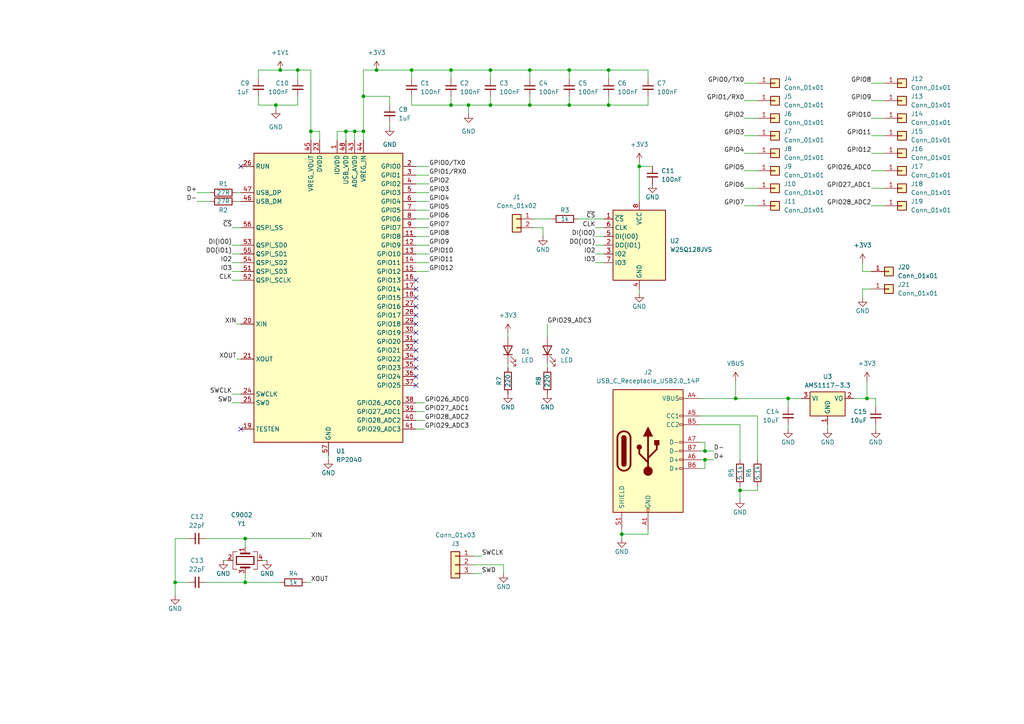
<source format=kicad_sch>
(kicad_sch (version 20231120) (generator "eeschema") (generator_version "8.0")
  (paper "A4")
  (lib_symbols
    (symbol "Connector:USB_C_Receptacle_USB2.0_14P" (pin_names (offset 1.016))
      (property "Reference" "J" (at 0 22.225 0))
      (property "Value" "USB_C_Receptacle_USB2.0_14P" (at 0 19.685 0))
      (symbol "USB_C_Receptacle_USB2.0_14P_0_0"
        (rectangle (start -0.254 -17.78) (end 0.254 -16.764))
        (rectangle (start 10.16 -4.826) (end 9.144 -5.334))
        (rectangle (start 10.16 -2.286) (end 9.144 -2.794))
        (rectangle (start 10.16 0.254) (end 9.144 -0.254))
        (rectangle (start 10.16 2.794) (end 9.144 2.286))
        (rectangle (start 10.16 7.874) (end 9.144 7.366))
        (rectangle (start 10.16 10.414) (end 9.144 9.906))
        (rectangle (start 10.16 15.494) (end 9.144 14.986))
      )
      (symbol "USB_C_Receptacle_USB2.0_14P_0_1"
        (rectangle (start -10.16 17.78) (end 10.16 -17.78) (stroke (width 0.254)) (fill (type background)))
        (arc (start -8.89 -3.81) (mid -6.985 -5.7067) (end -5.08 -3.81) (stroke (width 0.508)))
        (arc (start -7.62 -3.81) (mid -6.985 -4.4423) (end -6.35 -3.81) (stroke (width 0.254)))
        (arc (start -7.62 -3.81) (mid -6.985 -4.4423) (end -6.35 -3.81) (stroke (width 0.254)) (fill (type outline)))
        (rectangle (start -7.62 -3.81) (end -6.35 3.81) (stroke (width 0.254)) (fill (type outline)))
        (arc (start -6.35 3.81) (mid -6.985 4.4423) (end -7.62 3.81) (stroke (width 0.254)))
        (arc (start -6.35 3.81) (mid -6.985 4.4423) (end -7.62 3.81) (stroke (width 0.254)) (fill (type outline)))
        (arc (start -5.08 3.81) (mid -6.985 5.7067) (end -8.89 3.81) (stroke (width 0.508)))
        (circle (center -2.54 1.143) (radius 0.635) (stroke (width 0.254)) (fill (type outline)))
        (circle (center 0 -5.842) (radius 1.27) (fill (type outline)))
        (polyline (pts (xy -8.89 -3.81) (xy -8.89 3.81)) (stroke (width 0.508)))
        (polyline (pts (xy -5.08 3.81) (xy -5.08 -3.81)) (stroke (width 0.508)))
        (polyline (pts (xy 0 -5.842) (xy 0 4.318)) (stroke (width 0.508)))
        (polyline (pts (xy 0 -3.302) (xy -2.54 -0.762) (xy -2.54 0.508)) (stroke (width 0.508)))
        (polyline (pts (xy 0 -2.032) (xy 2.54 0.508) (xy 2.54 1.778)) (stroke (width 0.508)))
        (polyline (pts (xy -1.27 4.318) (xy 0 6.858) (xy 1.27 4.318) (xy -1.27 4.318)) (stroke (width 0.254)) (fill (type outline)))
        (rectangle (start 1.905 1.778) (end 3.175 3.048) (stroke (width 0.254)) (fill (type outline)))
      )
      (symbol "USB_C_Receptacle_USB2.0_14P_1_1"
        (pin passive line (at 0 -22.86 90) (length 5.08) (name "GND") (number "A1"))
        (pin passive line (at 0 -22.86 90) (length 5.08) hide (name "GND") (number "A12"))
        (pin passive line (at 15.24 15.24 180) (length 5.08) (name "VBUS") (number "A4"))
        (pin bidirectional line (at 15.24 10.16 180) (length 5.08) (name "CC1") (number "A5"))
        (pin bidirectional line (at 15.24 -2.54 180) (length 5.08) (name "D+") (number "A6"))
        (pin bidirectional line (at 15.24 2.54 180) (length 5.08) (name "D-") (number "A7"))
        (pin passive line (at 15.24 15.24 180) (length 5.08) hide (name "VBUS") (number "A9"))
        (pin passive line (at 0 -22.86 90) (length 5.08) hide (name "GND") (number "B1"))
        (pin passive line (at 0 -22.86 90) (length 5.08) hide (name "GND") (number "B12"))
        (pin passive line (at 15.24 15.24 180) (length 5.08) hide (name "VBUS") (number "B4"))
        (pin bidirectional line (at 15.24 7.62 180) (length 5.08) (name "CC2") (number "B5"))
        (pin bidirectional line (at 15.24 -5.08 180) (length 5.08) (name "D+") (number "B6"))
        (pin bidirectional line (at 15.24 0 180) (length 5.08) (name "D-") (number "B7"))
        (pin passive line (at 15.24 15.24 180) (length 5.08) hide (name "VBUS") (number "B9"))
        (pin passive line (at -7.62 -22.86 90) (length 5.08) (name "SHIELD") (number "S1"))
      )
    )
    (symbol "Connector_Generic:Conn_01x01" (pin_names (offset 1.016) hide)
      (property "Reference" "J" (at 0 2.54 0))
      (property "Value" "Conn_01x01" (at 0 -2.54 0))
      (symbol "Conn_01x01_1_1"
        (rectangle (start -1.27 0.127) (end 0 -0.127) (stroke (width 0.1524)))
        (rectangle (start -1.27 1.27) (end 1.27 -1.27) (stroke (width 0.254)) (fill (type background)))
        (pin passive line (at -5.08 0 0) (length 3.81) (name "Pin_1") (number "1"))
      )
    )
    (symbol "Connector_Generic:Conn_01x02" (pin_names (offset 1.016) hide)
      (property "Reference" "J" (at 0 2.54 0))
      (property "Value" "Conn_01x02" (at 0 -5.08 0))
      (symbol "Conn_01x02_1_1"
        (rectangle (start -1.27 -2.413) (end 0 -2.667) (stroke (width 0.1524)))
        (rectangle (start -1.27 0.127) (end 0 -0.127) (stroke (width 0.1524)))
        (rectangle (start -1.27 1.27) (end 1.27 -3.81) (stroke (width 0.254)) (fill (type background)))
        (pin passive line (at -5.08 0 0) (length 3.81) (name "Pin_1") (number "1"))
        (pin passive line (at -5.08 -2.54 0) (length 3.81) (name "Pin_2") (number "2"))
      )
    )
    (symbol "Connector_Generic:Conn_01x03" (pin_names (offset 1.016) hide)
      (property "Reference" "J" (at 0 5.08 0))
      (property "Value" "Conn_01x03" (at 0 -5.08 0))
      (symbol "Conn_01x03_1_1"
        (rectangle (start -1.27 -2.413) (end 0 -2.667) (stroke (width 0.1524)))
        (rectangle (start -1.27 0.127) (end 0 -0.127) (stroke (width 0.1524)))
        (rectangle (start -1.27 2.667) (end 0 2.413) (stroke (width 0.1524)))
        (rectangle (start -1.27 3.81) (end 1.27 -3.81) (stroke (width 0.254)) (fill (type background)))
        (pin passive line (at -5.08 2.54 0) (length 3.81) (name "Pin_1") (number "1"))
        (pin passive line (at -5.08 0 0) (length 3.81) (name "Pin_2") (number "2"))
        (pin passive line (at -5.08 -2.54 0) (length 3.81) (name "Pin_3") (number "3"))
      )
    )
    (symbol "Device:C_Small" (pin_numbers hide) (pin_names (offset 0.254) hide)
      (property "Reference" "C" (at 0.254 1.778 0))
      (property "Value" "C_Small" (at 0.254 -2.032 0))
      (symbol "C_Small_0_1"
        (polyline (pts (xy -1.524 -0.508) (xy 1.524 -0.508)) (stroke (width 0.3302)))
        (polyline (pts (xy -1.524 0.508) (xy 1.524 0.508)) (stroke (width 0.3048)))
      )
      (symbol "C_Small_1_1"
        (pin passive line (at 0 2.54 270) (length 2.032) (name "~") (number "1"))
        (pin passive line (at 0 -2.54 90) (length 2.032) (name "~") (number "2"))
      )
    )
    (symbol "Device:Crystal_GND24" (pin_names (offset 1.016) hide)
      (property "Reference" "Y" (at 3.175 5.08 0))
      (property "Value" "Crystal_GND24" (at 3.175 3.175 0))
      (symbol "Crystal_GND24_0_1"
        (rectangle (start -1.143 2.54) (end 1.143 -2.54) (stroke (width 0.3048)))
        (polyline (pts (xy -2.54 0) (xy -2.032 0)))
        (polyline (pts (xy -2.032 -1.27) (xy -2.032 1.27)) (stroke (width 0.508)))
        (polyline (pts (xy 0 -3.81) (xy 0 -3.556)))
        (polyline (pts (xy 0 3.556) (xy 0 3.81)))
        (polyline (pts (xy 2.032 -1.27) (xy 2.032 1.27)) (stroke (width 0.508)))
        (polyline (pts (xy 2.032 0) (xy 2.54 0)))
        (polyline (pts (xy -2.54 -2.286) (xy -2.54 -3.556) (xy 2.54 -3.556) (xy 2.54 -2.286)))
        (polyline (pts (xy -2.54 2.286) (xy -2.54 3.556) (xy 2.54 3.556) (xy 2.54 2.286)))
      )
      (symbol "Crystal_GND24_1_1"
        (pin passive line (at -3.81 0 0) (length 1.27) (name "1") (number "1"))
        (pin passive line (at 0 5.08 270) (length 1.27) (name "2") (number "2"))
        (pin passive line (at 3.81 0 180) (length 1.27) (name "3") (number "3"))
        (pin passive line (at 0 -5.08 90) (length 1.27) (name "4") (number "4"))
      )
    )
    (symbol "Device:LED" (pin_numbers hide) (pin_names (offset 1.016) hide)
      (property "Reference" "D" (at 0 2.54 0))
      (property "Value" "LED" (at 0 -2.54 0))
      (symbol "LED_0_1"
        (polyline (pts (xy -1.27 -1.27) (xy -1.27 1.27)) (stroke (width 0.254)))
        (polyline (pts (xy -1.27 0) (xy 1.27 0)))
        (polyline (pts (xy 1.27 -1.27) (xy 1.27 1.27) (xy -1.27 0) (xy 1.27 -1.27)) (stroke (width 0.254)))
        (polyline (pts (xy -3.048 -0.762) (xy -4.572 -2.286) (xy -3.81 -2.286) (xy -4.572 -2.286) (xy -4.572 -1.524)))
        (polyline (pts (xy -1.778 -0.762) (xy -3.302 -2.286) (xy -2.54 -2.286) (xy -3.302 -2.286) (xy -3.302 -1.524)))
      )
      (symbol "LED_1_1"
        (pin passive line (at -3.81 0 0) (length 2.54) (name "K") (number "1"))
        (pin passive line (at 3.81 0 180) (length 2.54) (name "A") (number "2"))
      )
    )
    (symbol "Device:R" (pin_numbers hide) (pin_names (offset 0))
      (property "Reference" "R" (at 2.032 0 90))
      (property "Value" "R" (at 0 0 90))
      (symbol "R_0_1"
        (rectangle (start -1.016 -2.54) (end 1.016 2.54) (stroke (width 0.254)))
      )
      (symbol "R_1_1"
        (pin passive line (at 0 3.81 270) (length 1.27) (name "~") (number "1"))
        (pin passive line (at 0 -3.81 90) (length 1.27) (name "~") (number "2"))
      )
    )
    (symbol "MCU_RaspberryPi:RP2040"
      (property "Reference" "U" (at 17.78 45.72 0))
      (property "Value" "RP2040" (at 17.78 43.18 0))
      (symbol "RP2040_0_1"
        (rectangle (start -21.59 41.91) (end 21.59 -41.91) (stroke (width 0.254)) (fill (type background)))
      )
      (symbol "RP2040_1_1"
        (pin power_in line (at 2.54 45.72 270) (length 3.81) (name "IOVDD") (number "1"))
        (pin passive line (at 2.54 45.72 270) (length 3.81) hide (name "IOVDD") (number "10"))
        (pin bidirectional line (at 25.4 17.78 180) (length 3.81) (name "GPIO8") (number "11"))
        (pin bidirectional line (at 25.4 15.24 180) (length 3.81) (name "GPIO9") (number "12"))
        (pin bidirectional line (at 25.4 12.7 180) (length 3.81) (name "GPIO10") (number "13"))
        (pin bidirectional line (at 25.4 10.16 180) (length 3.81) (name "GPIO11") (number "14"))
        (pin bidirectional line (at 25.4 7.62 180) (length 3.81) (name "GPIO12") (number "15"))
        (pin bidirectional line (at 25.4 5.08 180) (length 3.81) (name "GPIO13") (number "16"))
        (pin bidirectional line (at 25.4 2.54 180) (length 3.81) (name "GPIO14") (number "17"))
        (pin bidirectional line (at 25.4 0 180) (length 3.81) (name "GPIO15") (number "18"))
        (pin input line (at -25.4 -38.1 0) (length 3.81) (name "TESTEN") (number "19"))
        (pin bidirectional line (at 25.4 38.1 180) (length 3.81) (name "GPIO0") (number "2"))
        (pin input line (at -25.4 -7.62 0) (length 3.81) (name "XIN") (number "20"))
        (pin passive line (at -25.4 -17.78 0) (length 3.81) (name "XOUT") (number "21"))
        (pin passive line (at 2.54 45.72 270) (length 3.81) hide (name "IOVDD") (number "22"))
        (pin power_in line (at -2.54 45.72 270) (length 3.81) (name "DVDD") (number "23"))
        (pin input line (at -25.4 -27.94 0) (length 3.81) (name "SWCLK") (number "24"))
        (pin bidirectional line (at -25.4 -30.48 0) (length 3.81) (name "SWD") (number "25"))
        (pin input line (at -25.4 38.1 0) (length 3.81) (name "RUN") (number "26"))
        (pin bidirectional line (at 25.4 -2.54 180) (length 3.81) (name "GPIO16") (number "27"))
        (pin bidirectional line (at 25.4 -5.08 180) (length 3.81) (name "GPIO17") (number "28"))
        (pin bidirectional line (at 25.4 -7.62 180) (length 3.81) (name "GPIO18") (number "29"))
        (pin bidirectional line (at 25.4 35.56 180) (length 3.81) (name "GPIO1") (number "3"))
        (pin bidirectional line (at 25.4 -10.16 180) (length 3.81) (name "GPIO19") (number "30"))
        (pin bidirectional line (at 25.4 -12.7 180) (length 3.81) (name "GPIO20") (number "31"))
        (pin bidirectional line (at 25.4 -15.24 180) (length 3.81) (name "GPIO21") (number "32"))
        (pin passive line (at 2.54 45.72 270) (length 3.81) hide (name "IOVDD") (number "33"))
        (pin bidirectional line (at 25.4 -17.78 180) (length 3.81) (name "GPIO22") (number "34"))
        (pin bidirectional line (at 25.4 -20.32 180) (length 3.81) (name "GPIO23") (number "35"))
        (pin bidirectional line (at 25.4 -22.86 180) (length 3.81) (name "GPIO24") (number "36"))
        (pin bidirectional line (at 25.4 -25.4 180) (length 3.81) (name "GPIO25") (number "37"))
        (pin bidirectional line (at 25.4 -30.48 180) (length 3.81) (name "GPIO26_ADC0") (number "38"))
        (pin bidirectional line (at 25.4 -33.02 180) (length 3.81) (name "GPIO27_ADC1") (number "39"))
        (pin bidirectional line (at 25.4 33.02 180) (length 3.81) (name "GPIO2") (number "4"))
        (pin bidirectional line (at 25.4 -35.56 180) (length 3.81) (name "GPIO28_ADC2") (number "40"))
        (pin bidirectional line (at 25.4 -38.1 180) (length 3.81) (name "GPIO29_ADC3") (number "41"))
        (pin passive line (at 2.54 45.72 270) (length 3.81) hide (name "IOVDD") (number "42"))
        (pin power_in line (at 7.62 45.72 270) (length 3.81) (name "ADC_AVDD") (number "43"))
        (pin power_in line (at 10.16 45.72 270) (length 3.81) (name "VREG_IN") (number "44"))
        (pin power_out line (at -5.08 45.72 270) (length 3.81) (name "VREG_VOUT") (number "45"))
        (pin bidirectional line (at -25.4 27.94 0) (length 3.81) (name "USB_DM") (number "46"))
        (pin bidirectional line (at -25.4 30.48 0) (length 3.81) (name "USB_DP") (number "47"))
        (pin power_in line (at 5.08 45.72 270) (length 3.81) (name "USB_VDD") (number "48"))
        (pin passive line (at 2.54 45.72 270) (length 3.81) hide (name "IOVDD") (number "49"))
        (pin bidirectional line (at 25.4 30.48 180) (length 3.81) (name "GPIO3") (number "5"))
        (pin passive line (at -2.54 45.72 270) (length 3.81) hide (name "DVDD") (number "50"))
        (pin bidirectional line (at -25.4 7.62 0) (length 3.81) (name "QSPI_SD3") (number "51"))
        (pin output line (at -25.4 5.08 0) (length 3.81) (name "QSPI_SCLK") (number "52"))
        (pin bidirectional line (at -25.4 15.24 0) (length 3.81) (name "QSPI_SD0") (number "53"))
        (pin bidirectional line (at -25.4 10.16 0) (length 3.81) (name "QSPI_SD2") (number "54"))
        (pin bidirectional line (at -25.4 12.7 0) (length 3.81) (name "QSPI_SD1") (number "55"))
        (pin bidirectional line (at -25.4 20.32 0) (length 3.81) (name "QSPI_SS") (number "56"))
        (pin power_in line (at 0 -45.72 90) (length 3.81) (name "GND") (number "57"))
        (pin bidirectional line (at 25.4 27.94 180) (length 3.81) (name "GPIO4") (number "6"))
        (pin bidirectional line (at 25.4 25.4 180) (length 3.81) (name "GPIO5") (number "7"))
        (pin bidirectional line (at 25.4 22.86 180) (length 3.81) (name "GPIO6") (number "8"))
        (pin bidirectional line (at 25.4 20.32 180) (length 3.81) (name "GPIO7") (number "9"))
      )
    )
    (symbol "Memory_Flash:W25Q128JVS"
      (property "Reference" "U" (at -8.89 8.89 0))
      (property "Value" "W25Q128JVS" (at 7.62 8.89 0))
      (symbol "W25Q128JVS_0_1"
        (rectangle (start -7.62 10.16) (end 7.62 -10.16) (stroke (width 0.254)) (fill (type background)))
      )
      (symbol "W25Q128JVS_1_1"
        (pin input line (at -10.16 7.62 0) (length 2.54) (name "~{CS}") (number "1"))
        (pin bidirectional line (at -10.16 0 0) (length 2.54) (name "DO(IO1)") (number "2"))
        (pin bidirectional line (at -10.16 -2.54 0) (length 2.54) (name "IO2") (number "3"))
        (pin power_in line (at 0 -12.7 90) (length 2.54) (name "GND") (number "4"))
        (pin bidirectional line (at -10.16 2.54 0) (length 2.54) (name "DI(IO0)") (number "5"))
        (pin input line (at -10.16 5.08 0) (length 2.54) (name "CLK") (number "6"))
        (pin bidirectional line (at -10.16 -5.08 0) (length 2.54) (name "IO3") (number "7"))
        (pin power_in line (at 0 12.7 270) (length 2.54) (name "VCC") (number "8"))
      )
    )
    (symbol "Regulator_Linear:AMS1117-3.3"
      (property "Reference" "U" (at -3.81 3.175 0))
      (property "Value" "AMS1117-3.3" (at 0 3.175 0))
      (symbol "AMS1117-3.3_0_1"
        (rectangle (start -5.08 -5.08) (end 5.08 1.905) (stroke (width 0.254)) (fill (type background)))
      )
      (symbol "AMS1117-3.3_1_1"
        (pin power_in line (at 0 -7.62 90) (length 2.54) (name "GND") (number "1"))
        (pin power_out line (at 7.62 0 180) (length 2.54) (name "VO") (number "2"))
        (pin power_in line (at -7.62 0 0) (length 2.54) (name "VI") (number "3"))
      )
    )
    (symbol "power:+1V1" (power) (pin_numbers hide) (pin_names (offset 0) hide)
      (property "Value" "+1V1" (at 0 3.556 0))
      (symbol "+1V1_0_1"
        (polyline (pts (xy -0.762 1.27) (xy 0 2.54)))
        (polyline (pts (xy 0 0) (xy 0 2.54)))
        (polyline (pts (xy 0 2.54) (xy 0.762 1.27)))
      )
      (symbol "+1V1_1_1"
        (pin power_in line (at 0 0 90) (length 0) (name "~") (number "1"))
      )
    )
    (symbol "power:+3V3" (power) (pin_numbers hide) (pin_names (offset 0) hide)
      (property "Value" "+3V3" (at 0 3.556 0))
      (symbol "+3V3_0_1"
        (polyline (pts (xy -0.762 1.27) (xy 0 2.54)))
        (polyline (pts (xy 0 0) (xy 0 2.54)))
        (polyline (pts (xy 0 2.54) (xy 0.762 1.27)))
      )
      (symbol "+3V3_1_1"
        (pin power_in line (at 0 0 90) (length 0) (name "~") (number "1"))
      )
    )
    (symbol "power:GND" (power) (pin_numbers hide) (pin_names (offset 0) hide)
      (property "Value" "GND" (at 0 -3.81 0))
      (symbol "GND_0_1"
        (polyline (pts (xy 0 0) (xy 0 -1.27) (xy 1.27 -1.27) (xy 0 -2.54) (xy -1.27 -1.27) (xy 0 -1.27)))
      )
      (symbol "GND_1_1"
        (pin power_in line (at 0 0 270) (length 0) (name "~") (number "1"))
      )
    )
    (symbol "power:VBUS" (power) (pin_numbers hide) (pin_names (offset 0) hide)
      (property "Value" "VBUS" (at 0 3.556 0))
      (symbol "VBUS_0_1"
        (polyline (pts (xy -0.762 1.27) (xy 0 2.54)))
        (polyline (pts (xy 0 0) (xy 0 2.54)))
        (polyline (pts (xy 0 2.54) (xy 0.762 1.27)))
      )
      (symbol "VBUS_1_1"
        (pin power_in line (at 0 0 90) (length 0) (name "~") (number "1"))
      )
    )
  )
  (junction (at 204.47 133.35))
  (junction (at 100.33 38.1))
  (junction (at 119.38 20.32))
  (junction (at 130.81 20.32))
  (junction (at 130.81 30.48))
  (junction (at 80.01 30.48))
  (junction (at 153.67 20.32))
  (junction (at 180.34 154.94))
  (junction (at 86.36 20.32))
  (junction (at 71.12 156.21))
  (junction (at 90.17 38.1))
  (junction (at 142.24 20.32))
  (junction (at 176.53 30.48))
  (junction (at 228.6 115.57))
  (junction (at 153.67 30.48))
  (junction (at 135.89 30.48))
  (junction (at 81.28 20.32))
  (junction (at 109.22 20.32))
  (junction (at 204.47 130.81))
  (junction (at 176.53 20.32))
  (junction (at 213.36 115.57))
  (junction (at 105.41 27.94))
  (junction (at 185.42 48.26))
  (junction (at 102.87 38.1))
  (junction (at 165.1 20.32))
  (junction (at 251.46 115.57))
  (junction (at 105.41 38.1))
  (junction (at 165.1 30.48))
  (junction (at 214.63 142.24))
  (junction (at 142.24 30.48))
  (junction (at 71.12 168.91))
  (junction (at 50.8 168.91))
  (no_connect (at 120.65 96.52))
  (no_connect (at 120.65 93.98))
  (no_connect (at 120.65 83.82))
  (no_connect (at 120.65 91.44))
  (no_connect (at 120.65 106.68))
  (no_connect (at 120.65 99.06))
  (no_connect (at 120.65 104.14))
  (no_connect (at 120.65 111.76))
  (no_connect (at 120.65 81.28))
  (no_connect (at 120.65 88.9))
  (no_connect (at 69.85 124.46))
  (no_connect (at 120.65 109.22))
  (no_connect (at 120.65 101.6))
  (no_connect (at 69.85 48.26))
  (no_connect (at 120.65 86.36))
  (wire (pts (xy 176.53 22.86) (xy 176.53 20.32)))
  (wire (pts (xy 252.73 34.29) (xy 256.54 34.29)))
  (wire (pts (xy 68.58 55.88) (xy 69.85 55.88)))
  (wire (pts (xy 215.9 34.29) (xy 219.71 34.29)))
  (wire (pts (xy 252.73 24.13) (xy 256.54 24.13)))
  (wire (pts (xy 157.48 66.04) (xy 157.48 68.58)))
  (wire (pts (xy 139.7 161.29) (xy 137.16 161.29)))
  (wire (pts (xy 167.64 63.5) (xy 175.26 63.5)))
  (wire (pts (xy 142.24 30.48) (xy 153.67 30.48)))
  (wire (pts (xy 124.46 55.88) (xy 120.65 55.88)))
  (wire (pts (xy 92.71 38.1) (xy 90.17 38.1)))
  (wire (pts (xy 158.75 106.68) (xy 158.75 105.41)))
  (wire (pts (xy 180.34 153.67) (xy 180.34 154.94)))
  (wire (pts (xy 214.63 142.24) (xy 214.63 144.78)))
  (wire (pts (xy 147.32 105.41) (xy 147.32 106.68)))
  (wire (pts (xy 54.61 168.91) (xy 50.8 168.91)))
  (wire (pts (xy 214.63 133.35) (xy 214.63 123.19)))
  (wire (pts (xy 251.46 110.49) (xy 251.46 115.57)))
  (wire (pts (xy 66.04 162.56) (xy 64.77 162.56)))
  (wire (pts (xy 123.19 119.38) (xy 120.65 119.38)))
  (wire (pts (xy 113.03 30.48) (xy 113.03 27.94)))
  (wire (pts (xy 213.36 115.57) (xy 228.6 115.57)))
  (wire (pts (xy 105.41 38.1) (xy 105.41 40.64)))
  (wire (pts (xy 228.6 115.57) (xy 228.6 118.11)))
  (wire (pts (xy 250.19 78.74) (xy 252.73 78.74)))
  (wire (pts (xy 81.28 20.32) (xy 86.36 20.32)))
  (wire (pts (xy 254 124.46) (xy 254 123.19)))
  (wire (pts (xy 215.9 44.45) (xy 219.71 44.45)))
  (wire (pts (xy 135.89 30.48) (xy 142.24 30.48)))
  (wire (pts (xy 250.19 83.82) (xy 250.19 86.36)))
  (wire (pts (xy 165.1 22.86) (xy 165.1 20.32)))
  (wire (pts (xy 251.46 115.57) (xy 254 115.57)))
  (wire (pts (xy 185.42 46.99) (xy 185.42 48.26)))
  (wire (pts (xy 165.1 20.32) (xy 176.53 20.32)))
  (wire (pts (xy 158.75 93.98) (xy 158.75 97.79)))
  (wire (pts (xy 80.01 30.48) (xy 86.36 30.48)))
  (wire (pts (xy 153.67 30.48) (xy 165.1 30.48)))
  (wire (pts (xy 124.46 78.74) (xy 120.65 78.74)))
  (wire (pts (xy 187.96 20.32) (xy 187.96 22.86)))
  (wire (pts (xy 113.03 36.83) (xy 113.03 35.56)))
  (wire (pts (xy 92.71 40.64) (xy 92.71 38.1)))
  (wire (pts (xy 142.24 27.94) (xy 142.24 30.48)))
  (wire (pts (xy 165.1 27.94) (xy 165.1 30.48)))
  (wire (pts (xy 204.47 133.35) (xy 204.47 135.89)))
  (wire (pts (xy 74.93 30.48) (xy 80.01 30.48)))
  (wire (pts (xy 215.9 29.21) (xy 219.71 29.21)))
  (wire (pts (xy 90.17 168.91) (xy 88.9 168.91)))
  (wire (pts (xy 254 115.57) (xy 254 118.11)))
  (wire (pts (xy 124.46 63.5) (xy 120.65 63.5)))
  (wire (pts (xy 67.31 114.3) (xy 69.85 114.3)))
  (wire (pts (xy 57.15 58.42) (xy 60.96 58.42)))
  (wire (pts (xy 213.36 110.49) (xy 213.36 115.57)))
  (wire (pts (xy 215.9 54.61) (xy 219.71 54.61)))
  (wire (pts (xy 97.79 38.1) (xy 100.33 38.1)))
  (wire (pts (xy 187.96 30.48) (xy 187.96 27.94)))
  (wire (pts (xy 59.69 168.91) (xy 71.12 168.91)))
  (wire (pts (xy 135.89 33.02) (xy 135.89 30.48)))
  (wire (pts (xy 180.34 154.94) (xy 180.34 156.21)))
  (wire (pts (xy 119.38 30.48) (xy 130.81 30.48)))
  (wire (pts (xy 153.67 27.94) (xy 153.67 30.48)))
  (wire (pts (xy 67.31 66.04) (xy 69.85 66.04)))
  (wire (pts (xy 90.17 38.1) (xy 90.17 20.32)))
  (wire (pts (xy 86.36 30.48) (xy 86.36 27.94)))
  (wire (pts (xy 203.2 115.57) (xy 213.36 115.57)))
  (wire (pts (xy 68.58 93.98) (xy 69.85 93.98)))
  (wire (pts (xy 130.81 20.32) (xy 142.24 20.32)))
  (wire (pts (xy 204.47 133.35) (xy 203.2 133.35)))
  (wire (pts (xy 207.01 133.35) (xy 204.47 133.35)))
  (wire (pts (xy 124.46 48.26) (xy 120.65 48.26)))
  (wire (pts (xy 252.73 29.21) (xy 256.54 29.21)))
  (wire (pts (xy 252.73 49.53) (xy 256.54 49.53)))
  (wire (pts (xy 252.73 59.69) (xy 256.54 59.69)))
  (wire (pts (xy 153.67 20.32) (xy 165.1 20.32)))
  (wire (pts (xy 214.63 123.19) (xy 203.2 123.19)))
  (wire (pts (xy 130.81 30.48) (xy 135.89 30.48)))
  (wire (pts (xy 142.24 20.32) (xy 153.67 20.32)))
  (wire (pts (xy 228.6 115.57) (xy 232.41 115.57)))
  (wire (pts (xy 187.96 154.94) (xy 187.96 153.67)))
  (wire (pts (xy 215.9 24.13) (xy 219.71 24.13)))
  (wire (pts (xy 57.15 55.88) (xy 60.96 55.88)))
  (wire (pts (xy 71.12 156.21) (xy 90.17 156.21)))
  (wire (pts (xy 154.94 66.04) (xy 157.48 66.04)))
  (wire (pts (xy 214.63 142.24) (xy 219.71 142.24)))
  (wire (pts (xy 68.58 58.42) (xy 69.85 58.42)))
  (wire (pts (xy 185.42 85.09) (xy 185.42 83.82)))
  (wire (pts (xy 172.72 66.04) (xy 175.26 66.04)))
  (wire (pts (xy 165.1 30.48) (xy 176.53 30.48)))
  (wire (pts (xy 50.8 168.91) (xy 50.8 156.21)))
  (wire (pts (xy 247.65 115.57) (xy 251.46 115.57)))
  (wire (pts (xy 109.22 20.32) (xy 119.38 20.32)))
  (wire (pts (xy 50.8 156.21) (xy 54.61 156.21)))
  (wire (pts (xy 124.46 58.42) (xy 120.65 58.42)))
  (wire (pts (xy 252.73 54.61) (xy 256.54 54.61)))
  (wire (pts (xy 185.42 48.26) (xy 185.42 58.42)))
  (wire (pts (xy 100.33 38.1) (xy 100.33 40.64)))
  (wire (pts (xy 180.34 154.94) (xy 187.96 154.94)))
  (wire (pts (xy 185.42 48.26) (xy 189.23 48.26)))
  (wire (pts (xy 102.87 38.1) (xy 102.87 40.64)))
  (wire (pts (xy 71.12 168.91) (xy 81.28 168.91)))
  (wire (pts (xy 124.46 73.66) (xy 120.65 73.66)))
  (wire (pts (xy 123.19 121.92) (xy 120.65 121.92)))
  (wire (pts (xy 74.93 20.32) (xy 81.28 20.32)))
  (wire (pts (xy 105.41 38.1) (xy 105.41 27.94)))
  (wire (pts (xy 59.69 156.21) (xy 71.12 156.21)))
  (wire (pts (xy 90.17 20.32) (xy 86.36 20.32)))
  (wire (pts (xy 80.01 30.48) (xy 80.01 31.75)))
  (wire (pts (xy 204.47 130.81) (xy 203.2 130.81)))
  (wire (pts (xy 215.9 59.69) (xy 219.71 59.69)))
  (wire (pts (xy 71.12 168.91) (xy 71.12 166.37)))
  (wire (pts (xy 139.7 166.37) (xy 137.16 166.37)))
  (wire (pts (xy 113.03 27.94) (xy 105.41 27.94)))
  (wire (pts (xy 124.46 50.8) (xy 120.65 50.8)))
  (wire (pts (xy 176.53 27.94) (xy 176.53 30.48)))
  (wire (pts (xy 119.38 20.32) (xy 130.81 20.32)))
  (wire (pts (xy 124.46 60.96) (xy 120.65 60.96)))
  (wire (pts (xy 123.19 124.46) (xy 120.65 124.46)))
  (wire (pts (xy 154.94 63.5) (xy 160.02 63.5)))
  (wire (pts (xy 204.47 135.89) (xy 203.2 135.89)))
  (wire (pts (xy 124.46 68.58) (xy 120.65 68.58)))
  (wire (pts (xy 240.03 123.19) (xy 240.03 124.46)))
  (wire (pts (xy 67.31 78.74) (xy 69.85 78.74)))
  (wire (pts (xy 146.05 163.83) (xy 146.05 166.37)))
  (wire (pts (xy 119.38 22.86) (xy 119.38 20.32)))
  (wire (pts (xy 130.81 22.86) (xy 130.81 20.32)))
  (wire (pts (xy 67.31 76.2) (xy 69.85 76.2)))
  (wire (pts (xy 124.46 71.12) (xy 120.65 71.12)))
  (wire (pts (xy 95.25 133.35) (xy 95.25 132.08)))
  (wire (pts (xy 105.41 27.94) (xy 105.41 20.32)))
  (wire (pts (xy 172.72 68.58) (xy 175.26 68.58)))
  (wire (pts (xy 203.2 120.65) (xy 219.71 120.65)))
  (wire (pts (xy 153.67 22.86) (xy 153.67 20.32)))
  (wire (pts (xy 67.31 116.84) (xy 69.85 116.84)))
  (wire (pts (xy 130.81 27.94) (xy 130.81 30.48)))
  (wire (pts (xy 86.36 20.32) (xy 86.36 22.86)))
  (wire (pts (xy 124.46 53.34) (xy 120.65 53.34)))
  (wire (pts (xy 172.72 73.66) (xy 175.26 73.66)))
  (wire (pts (xy 172.72 76.2) (xy 175.26 76.2)))
  (wire (pts (xy 100.33 38.1) (xy 102.87 38.1)))
  (wire (pts (xy 90.17 40.64) (xy 90.17 38.1)))
  (wire (pts (xy 105.41 20.32) (xy 109.22 20.32)))
  (wire (pts (xy 74.93 22.86) (xy 74.93 20.32)))
  (wire (pts (xy 67.31 81.28) (xy 69.85 81.28)))
  (wire (pts (xy 228.6 124.46) (xy 228.6 123.19)))
  (wire (pts (xy 137.16 163.83) (xy 146.05 163.83)))
  (wire (pts (xy 102.87 38.1) (xy 105.41 38.1)))
  (wire (pts (xy 97.79 40.64) (xy 97.79 38.1)))
  (wire (pts (xy 176.53 30.48) (xy 187.96 30.48)))
  (wire (pts (xy 76.2 162.56) (xy 77.47 162.56)))
  (wire (pts (xy 214.63 140.97) (xy 214.63 142.24)))
  (wire (pts (xy 252.73 39.37) (xy 256.54 39.37)))
  (wire (pts (xy 74.93 27.94) (xy 74.93 30.48)))
  (wire (pts (xy 204.47 128.27) (xy 204.47 130.81)))
  (wire (pts (xy 124.46 76.2) (xy 120.65 76.2)))
  (wire (pts (xy 176.53 20.32) (xy 187.96 20.32)))
  (wire (pts (xy 123.19 116.84) (xy 120.65 116.84)))
  (wire (pts (xy 50.8 168.91) (xy 50.8 172.72)))
  (wire (pts (xy 215.9 49.53) (xy 219.71 49.53)))
  (wire (pts (xy 67.31 71.12) (xy 69.85 71.12)))
  (wire (pts (xy 124.46 66.04) (xy 120.65 66.04)))
  (wire (pts (xy 71.12 156.21) (xy 71.12 158.75)))
  (wire (pts (xy 119.38 27.94) (xy 119.38 30.48)))
  (wire (pts (xy 207.01 130.81) (xy 204.47 130.81)))
  (wire (pts (xy 219.71 142.24) (xy 219.71 140.97)))
  (wire (pts (xy 142.24 22.86) (xy 142.24 20.32)))
  (wire (pts (xy 219.71 120.65) (xy 219.71 133.35)))
  (wire (pts (xy 172.72 71.12) (xy 175.26 71.12)))
  (wire (pts (xy 250.19 78.74) (xy 250.19 76.2)))
  (wire (pts (xy 147.32 96.52) (xy 147.32 97.79)))
  (wire (pts (xy 252.73 44.45) (xy 256.54 44.45)))
  (wire (pts (xy 215.9 39.37) (xy 219.71 39.37)))
  (wire (pts (xy 250.19 83.82) (xy 252.73 83.82)))
  (wire (pts (xy 68.58 104.14) (xy 69.85 104.14)))
  (wire (pts (xy 204.47 128.27) (xy 203.2 128.27)))
  (wire (pts (xy 67.31 73.66) (xy 69.85 73.66)))
  (label "GPIO8" (at 124.46 68.58 0))
  (label "GPIO27_ADC1" (at 123.19 119.38 0))
  (label "GPIO9" (at 124.46 71.12 0))
  (label "GPIO5" (at 215.9 49.53 180))
  (label "~{CS}" (at 172.72 63.5 180))
  (label "GPIO7" (at 124.46 66.04 0))
  (label "GPIO6" (at 215.9 54.61 180))
  (label "GPIO3" (at 124.46 55.88 0))
  (label "GPIO10" (at 124.46 73.66 0))
  (label "GPIO12" (at 252.73 44.45 180))
  (label "GPIO28_ADC2" (at 123.19 121.92 0))
  (label "D-" (at 207.01 130.81 0))
  (label "GPIO7" (at 215.9 59.69 180))
  (label "SWCLK" (at 67.31 114.3 180))
  (label "D+" (at 207.01 133.35 0))
  (label "GPIO29_ADC3" (at 123.19 124.46 0))
  (label "DO(IO1)" (at 172.72 71.12 180))
  (label "DO(IO1)" (at 67.31 73.66 180))
  (label "GPIO12" (at 124.46 78.74 0))
  (label "GPIO0{slash}TX0" (at 215.9 24.13 180))
  (label "GPIO0{slash}TX0" (at 124.46 48.26 0))
  (label "GPIO9" (at 252.73 29.21 180))
  (label "XOUT" (at 68.58 104.14 180))
  (label "D-" (at 57.15 58.42 180))
  (label "SWD" (at 67.31 116.84 180))
  (label "SWD" (at 139.7 166.37 0))
  (label "IO3" (at 172.72 76.2 180))
  (label "SWCLK" (at 139.7 161.29 0))
  (label "XIN" (at 68.58 93.98 180))
  (label "GPIO26_ADC0" (at 252.73 49.53 180))
  (label "GPIO3" (at 215.9 39.37 180))
  (label "XIN" (at 90.17 156.21 0))
  (label "IO2" (at 172.72 73.66 180))
  (label "GPIO11" (at 252.73 39.37 180))
  (label "GPIO27_ADC1" (at 252.73 54.61 180))
  (label "XOUT" (at 90.17 168.91 0))
  (label "CLK" (at 67.31 81.28 180))
  (label "GPIO4" (at 124.46 58.42 0))
  (label "IO3" (at 67.31 78.74 180))
  (label "GPIO1{slash}RX0" (at 124.46 50.8 0))
  (label "GPIO4" (at 215.9 44.45 180))
  (label "GPIO5" (at 124.46 60.96 0))
  (label "GPIO8" (at 252.73 24.13 180))
  (label "GPIO6" (at 124.46 63.5 0))
  (label "GPIO11" (at 124.46 76.2 0))
  (label "DI(IO0)" (at 172.72 68.58 180))
  (label "DI(IO0)" (at 67.31 71.12 180))
  (label "GPIO26_ADC0" (at 123.19 116.84 0))
  (label "CLK" (at 172.72 66.04 180))
  (label "GPIO1{slash}RX0" (at 215.9 29.21 180))
  (label "GPIO2" (at 215.9 34.29 180))
  (label "GPIO2" (at 124.46 53.34 0))
  (label "GPIO29_ADC3" (at 158.75 93.98 0))
  (label "~{CS}" (at 67.31 66.04 180))
  (label "IO2" (at 67.31 76.2 180))
  (label "GPIO28_ADC2" (at 252.73 59.69 180))
  (label "D+" (at 57.15 55.88 180))
  (label "GPIO10" (at 252.73 34.29 180))
  (symbol (lib_id "Device:R") (at 64.77 55.88 90) (unit 1)
    (property "Reference" "R1" (at 64.77 53.34 90))
    (property "Value" "27R" (at 64.77 55.88 90))
    (property "Footprint" "Resistor_SMD:R_0603_1608Metric" (effects (hide yes)))
    (property "Description" "Resistor" (effects (hide yes)))
  )
  (symbol (lib_id "power:GND") (at 158.75 114.3 0) (unit 1)
    (property "Reference" "#PWR025" (effects (hide yes)))
    (property "Value" "GND" (at 158.75 118.11 0))
    (property "Description" "Power symbol creates a global label with name \"GND\" , ground" (effects (hide yes)))
  )
  (symbol (lib_id "power:+3V3") (at 250.19 76.2 0) (unit 1)
    (property "Reference" "#PWR021" (effects (hide yes)))
    (property "Value" "+3V3" (at 250.19 71.12 0))
    (property "Description" "Power symbol creates a global label with name \"+3V3\"" (effects (hide yes)))
  )
  (symbol (lib_id "Connector_Generic:Conn_01x01") (at 261.62 44.45 0) (unit 1)
    (property "Reference" "J16" (at 264.16 43.1799 0) (effects (justify left)))
    (property "Value" "Conn_01x01" (at 264.16 45.7199 0) (effects (justify left)))
    (property "Footprint" "lilyPad:LilyPad_Pad" (effects (hide yes)))
    (property "Description" "Generic connector, single row, 01x01, script generated (kicad-library-utils/schlib/autogen/connector/)" (effects (hide yes)))
  )
  (symbol (lib_id "Device:R") (at 147.32 110.49 180) (unit 1)
    (property "Reference" "R7" (at 144.78 110.49 90))
    (property "Value" "220" (at 147.32 110.49 90))
    (property "Footprint" "Resistor_SMD:R_0603_1608Metric" (effects (hide yes)))
    (property "Description" "Resistor" (effects (hide yes)))
  )
  (symbol (lib_id "Connector_Generic:Conn_01x01") (at 261.62 29.21 0) (unit 1)
    (property "Reference" "J13" (at 264.16 27.9399 0) (effects (justify left)))
    (property "Value" "Conn_01x01" (at 264.16 30.4799 0) (effects (justify left)))
    (property "Footprint" "lilyPad:LilyPad_Pad" (effects (hide yes)))
    (property "Description" "Generic connector, single row, 01x01, script generated (kicad-library-utils/schlib/autogen/connector/)" (effects (hide yes)))
  )
  (symbol (lib_id "Connector_Generic:Conn_01x01") (at 261.62 24.13 0) (unit 1)
    (property "Reference" "J12" (at 264.16 22.8599 0) (effects (justify left)))
    (property "Value" "Conn_01x01" (at 264.16 25.3999 0) (effects (justify left)))
    (property "Footprint" "lilyPad:LilyPad_Pad" (effects (hide yes)))
    (property "Description" "Generic connector, single row, 01x01, script generated (kicad-library-utils/schlib/autogen/connector/)" (effects (hide yes)))
  )
  (symbol (lib_id "Device:C_Small") (at 187.96 25.4 0) (unit 1)
    (property "Reference" "C7" (at 190.5 24.1362 0) (effects (justify left)))
    (property "Value" "100nF" (at 190.5 26.6762 0) (effects (justify left)))
    (property "Footprint" "Capacitor_SMD:C_0603_1608Metric" (effects (hide yes)))
    (property "Description" "Unpolarized capacitor, small symbol" (effects (hide yes)))
  )
  (symbol (lib_id "Device:C_Small") (at 254 120.65 0) (mirror y) (unit 1)
    (property "Reference" "C15" (at 251.46 119.3862 0) (effects (justify left)))
    (property "Value" "10uF" (at 251.46 121.9262 0) (effects (justify left)))
    (property "Footprint" "Capacitor_SMD:C_0603_1608Metric" (effects (hide yes)))
    (property "Description" "Unpolarized capacitor, small symbol" (effects (hide yes)))
  )
  (symbol (lib_id "Connector_Generic:Conn_01x01") (at 261.62 49.53 0) (unit 1)
    (property "Reference" "J17" (at 264.16 48.2599 0) (effects (justify left)))
    (property "Value" "Conn_01x01" (at 264.16 50.7999 0) (effects (justify left)))
    (property "Footprint" "lilyPad:LilyPad_Pad" (effects (hide yes)))
    (property "Description" "Generic connector, single row, 01x01, script generated (kicad-library-utils/schlib/autogen/connector/)" (effects (hide yes)))
  )
  (symbol (lib_id "power:VBUS") (at 213.36 110.49 0) (unit 1)
    (property "Reference" "#PWR018" (effects (hide yes)))
    (property "Value" "VBUS" (at 213.36 105.41 0))
    (property "Description" "Power symbol creates a global label with name \"VBUS\"" (effects (hide yes)))
  )
  (symbol (lib_id "Device:LED") (at 147.32 101.6 90) (unit 1)
    (property "Reference" "D1" (at 151.13 101.9174 90) (effects (justify right)))
    (property "Value" "LED" (at 151.13 104.4574 90) (effects (justify right)))
    (property "Footprint" "LED_SMD:LED_0603_1608Metric" (effects (hide yes)))
    (property "Description" "Light emitting diode" (effects (hide yes)))
  )
  (symbol (lib_id "power:GND") (at 80.01 31.75 0) (unit 1)
    (property "Reference" "#PWR023" (effects (hide yes)))
    (property "Value" "GND" (at 80.01 36.83 0))
    (property "Description" "Power symbol creates a global label with name \"GND\" , ground" (effects (hide yes)))
  )
  (symbol (lib_id "Device:R") (at 219.71 137.16 180) (unit 1)
    (property "Reference" "R6" (at 217.17 137.16 90))
    (property "Value" "5.1k" (at 219.71 137.16 90))
    (property "Footprint" "Resistor_SMD:R_0603_1608Metric" (effects (hide yes)))
    (property "Description" "Resistor" (effects (hide yes)))
  )
  (symbol (lib_id "Device:C_Small") (at 153.67 25.4 0) (unit 1)
    (property "Reference" "C4" (at 156.21 24.1362 0) (effects (justify left)))
    (property "Value" "100nF" (at 156.21 26.6762 0) (effects (justify left)))
    (property "Footprint" "Capacitor_SMD:C_0603_1608Metric" (effects (hide yes)))
    (property "Description" "Unpolarized capacitor, small symbol" (effects (hide yes)))
  )
  (symbol (lib_id "Device:LED") (at 158.75 101.6 90) (unit 1)
    (property "Reference" "D2" (at 162.56 101.9174 90) (effects (justify right)))
    (property "Value" "LED" (at 162.56 104.4574 90) (effects (justify right)))
    (property "Footprint" "LED_SMD:LED_0603_1608Metric" (effects (hide yes)))
    (property "Description" "Light emitting diode" (effects (hide yes)))
  )
  (symbol (lib_id "power:+3V3") (at 251.46 110.49 0) (unit 1)
    (property "Reference" "#PWR017" (effects (hide yes)))
    (property "Value" "+3V3" (at 251.46 105.41 0))
    (property "Description" "Power symbol creates a global label with name \"+3V3\"" (effects (hide yes)))
  )
  (symbol (lib_id "Device:C_Small") (at 74.93 25.4 0) (mirror y) (unit 1)
    (property "Reference" "C9" (at 72.39 24.1362 0) (effects (justify left)))
    (property "Value" "1uF" (at 72.39 26.6762 0) (effects (justify left)))
    (property "Footprint" "Capacitor_SMD:C_0603_1608Metric" (effects (hide yes)))
    (property "Description" "Unpolarized capacitor, small symbol" (effects (hide yes)))
  )
  (symbol (lib_id "power:GND") (at 240.03 124.46 0) (unit 1)
    (property "Reference" "#PWR016" (effects (hide yes)))
    (property "Value" "GND" (at 240.03 128.27 0))
    (property "Description" "Power symbol creates a global label with name \"GND\" , ground" (effects (hide yes)))
  )
  (symbol (lib_id "power:+3V3") (at 147.32 96.52 0) (unit 1)
    (property "Reference" "#PWR026" (effects (hide yes)))
    (property "Value" "+3V3" (at 147.32 91.44 0))
    (property "Description" "Power symbol creates a global label with name \"+3V3\"" (effects (hide yes)))
  )
  (symbol (lib_id "Device:Crystal_GND24") (at 71.12 162.56 90) (mirror x) (unit 1)
    (property "Reference" "Y1" (at 70.104 151.892 90))
    (property "Value" "C9002" (at 70.104 149.352 90))
    (property "Footprint" "Crystal:Crystal_SMD_3225-4Pin_3.2x2.5mm" (effects (hide yes)))
    (property "Description" "Four pin crystal, GND on pins 2 and 4" (effects (hide yes)))
  )
  (symbol (lib_id "Regulator_Linear:AMS1117-3.3") (at 240.03 115.57 0) (unit 1)
    (property "Reference" "U3" (at 240.03 109.22 0))
    (property "Value" "AMS1117-3.3" (at 240.03 111.76 0))
    (property "Footprint" "Package_TO_SOT_SMD:SOT-223-3_TabPin2" (effects (hide yes)))
    (property "Datasheet" "http://www.advanced-monolithic.com/pdf/ds1117.pdf" (effects (hide yes)))
    (property "Description" "1A Low Dropout regulator, positive, 3.3V fixed output, SOT-223" (effects (hide yes)))
  )
  (symbol (lib_id "Connector_Generic:Conn_01x01") (at 224.79 44.45 0) (unit 1)
    (property "Reference" "J8" (at 227.33 43.1799 0) (effects (justify left)))
    (property "Value" "Conn_01x01" (at 227.33 45.7199 0) (effects (justify left)))
    (property "Footprint" "lilyPad:LilyPad_Pad" (effects (hide yes)))
    (property "Description" "Generic connector, single row, 01x01, script generated (kicad-library-utils/schlib/autogen/connector/)" (effects (hide yes)))
  )
  (symbol (lib_id "Device:C_Small") (at 142.24 25.4 0) (unit 1)
    (property "Reference" "C3" (at 144.78 24.1362 0) (effects (justify left)))
    (property "Value" "100nF" (at 144.78 26.6762 0) (effects (justify left)))
    (property "Footprint" "Capacitor_SMD:C_0603_1608Metric" (effects (hide yes)))
    (property "Description" "Unpolarized capacitor, small symbol" (effects (hide yes)))
  )
  (symbol (lib_id "MCU_RaspberryPi:RP2040") (at 95.25 86.36 0) (unit 1)
    (property "Reference" "U1" (at 97.4441 130.81 0) (effects (justify left)))
    (property "Value" "RP2040" (at 97.4441 133.35 0) (effects (justify left)))
    (property "Footprint" "Package_DFN_QFN:QFN-56-1EP_7x7mm_P0.4mm_EP3.2x3.2mm" (effects (hide yes)))
    (property "Datasheet" "https://datasheets.raspberrypi.com/rp2040/rp2040-datasheet.pdf" (effects (hide yes)))
    (property "Description" "A microcontroller by Raspberry Pi" (effects (hide yes)))
  )
  (symbol (lib_id "power:GND") (at 185.42 85.09 0) (unit 1)
    (property "Reference" "#PWR08" (effects (hide yes)))
    (property "Value" "GND" (at 185.42 88.9 0))
    (property "Description" "Power symbol creates a global label with name \"GND\" , ground" (effects (hide yes)))
  )
  (symbol (lib_id "Connector_Generic:Conn_01x01") (at 224.79 29.21 0) (unit 1)
    (property "Reference" "J5" (at 227.33 27.9399 0) (effects (justify left)))
    (property "Value" "Conn_01x01" (at 227.33 30.4799 0) (effects (justify left)))
    (property "Footprint" "lilyPad:LilyPad_Pad" (effects (hide yes)))
    (property "Description" "Generic connector, single row, 01x01, script generated (kicad-library-utils/schlib/autogen/connector/)" (effects (hide yes)))
  )
  (symbol (lib_id "power:GND") (at 64.77 162.56 0) (mirror y) (unit 1)
    (property "Reference" "#PWR011" (effects (hide yes)))
    (property "Value" "GND" (at 64.77 166.37 0))
    (property "Description" "Power symbol creates a global label with name \"GND\" , ground" (effects (hide yes)))
  )
  (symbol (lib_id "Connector_Generic:Conn_01x01") (at 224.79 24.13 0) (unit 1)
    (property "Reference" "J4" (at 227.33 22.8599 0) (effects (justify left)))
    (property "Value" "Conn_01x01" (at 227.33 25.3999 0) (effects (justify left)))
    (property "Footprint" "lilyPad:LilyPad_Pad" (effects (hide yes)))
    (property "Description" "Generic connector, single row, 01x01, script generated (kicad-library-utils/schlib/autogen/connector/)" (effects (hide yes)))
  )
  (symbol (lib_id "Connector_Generic:Conn_01x01") (at 257.81 78.74 0) (unit 1)
    (property "Reference" "J20" (at 260.35 77.4699 0) (effects (justify left)))
    (property "Value" "Conn_01x01" (at 260.35 80.0099 0) (effects (justify left)))
    (property "Footprint" "lilyPad:LilyPad_Pad" (effects (hide yes)))
    (property "Description" "Generic connector, single row, 01x01, script generated (kicad-library-utils/schlib/autogen/connector/)" (effects (hide yes)))
  )
  (symbol (lib_id "power:GND") (at 147.32 114.3 0) (unit 1)
    (property "Reference" "#PWR024" (effects (hide yes)))
    (property "Value" "GND" (at 147.32 118.11 0))
    (property "Description" "Power symbol creates a global label with name \"GND\" , ground" (effects (hide yes)))
  )
  (symbol (lib_id "power:GND") (at 189.23 53.34 0) (unit 1)
    (property "Reference" "#PWR06" (effects (hide yes)))
    (property "Value" "GND" (at 189.23 57.15 0))
    (property "Description" "Power symbol creates a global label with name \"GND\" , ground" (effects (hide yes)))
  )
  (symbol (lib_id "Device:C_Small") (at 228.6 120.65 0) (mirror y) (unit 1)
    (property "Reference" "C14" (at 226.06 119.3862 0) (effects (justify left)))
    (property "Value" "10uF" (at 226.06 121.9262 0) (effects (justify left)))
    (property "Footprint" "Capacitor_SMD:C_0603_1608Metric" (effects (hide yes)))
    (property "Description" "Unpolarized capacitor, small symbol" (effects (hide yes)))
  )
  (symbol (lib_id "Connector_Generic:Conn_01x02") (at 149.86 63.5 0) (mirror y) (unit 1)
    (property "Reference" "J1" (at 149.86 57.15 0))
    (property "Value" "Conn_01x02" (at 149.86 59.69 0))
    (property "Footprint" "Connector_PinSocket_2.54mm:PinSocket_1x02_P2.54mm_Vertical" (effects (hide yes)))
    (property "Description" "Generic connector, single row, 01x02, script generated (kicad-library-utils/schlib/autogen/connector/)" (effects (hide yes)))
  )
  (symbol (lib_id "Connector_Generic:Conn_01x01") (at 261.62 34.29 0) (unit 1)
    (property "Reference" "J14" (at 264.16 33.0199 0) (effects (justify left)))
    (property "Value" "Conn_01x01" (at 264.16 35.5599 0) (effects (justify left)))
    (property "Footprint" "lilyPad:LilyPad_Pad" (effects (hide yes)))
    (property "Description" "Generic connector, single row, 01x01, script generated (kicad-library-utils/schlib/autogen/connector/)" (effects (hide yes)))
  )
  (symbol (lib_id "power:+3V3") (at 109.22 20.32 0) (unit 1)
    (property "Reference" "#PWR01" (effects (hide yes)))
    (property "Value" "+3V3" (at 109.22 15.24 0))
    (property "Description" "Power symbol creates a global label with name \"+3V3\"" (effects (hide yes)))
  )
  (symbol (lib_id "power:GND") (at 180.34 156.21 0) (unit 1)
    (property "Reference" "#PWR013" (effects (hide yes)))
    (property "Value" "GND" (at 180.34 160.02 0))
    (property "Description" "Power symbol creates a global label with name \"GND\" , ground" (effects (hide yes)))
  )
  (symbol (lib_id "Device:C_Small") (at 176.53 25.4 0) (unit 1)
    (property "Reference" "C6" (at 179.07 24.1362 0) (effects (justify left)))
    (property "Value" "100nF" (at 179.07 26.6762 0) (effects (justify left)))
    (property "Footprint" "Capacitor_SMD:C_0603_1608Metric" (effects (hide yes)))
    (property "Description" "Unpolarized capacitor, small symbol" (effects (hide yes)))
  )
  (symbol (lib_id "Connector_Generic:Conn_01x01") (at 224.79 39.37 0) (unit 1)
    (property "Reference" "J7" (at 227.33 38.0999 0) (effects (justify left)))
    (property "Value" "Conn_01x01" (at 227.33 40.6399 0) (effects (justify left)))
    (property "Footprint" "lilyPad:LilyPad_Pad" (effects (hide yes)))
    (property "Description" "Generic connector, single row, 01x01, script generated (kicad-library-utils/schlib/autogen/connector/)" (effects (hide yes)))
  )
  (symbol (lib_id "Device:R") (at 64.77 58.42 90) (mirror x) (unit 1)
    (property "Reference" "R2" (at 64.77 60.96 90))
    (property "Value" "27R" (at 64.77 58.42 90))
    (property "Footprint" "Resistor_SMD:R_0603_1608Metric" (effects (hide yes)))
    (property "Description" "Resistor" (effects (hide yes)))
  )
  (symbol (lib_id "Device:C_Small") (at 165.1 25.4 0) (unit 1)
    (property "Reference" "C5" (at 167.64 24.1362 0) (effects (justify left)))
    (property "Value" "100nF" (at 167.64 26.6762 0) (effects (justify left)))
    (property "Footprint" "Capacitor_SMD:C_0603_1608Metric" (effects (hide yes)))
    (property "Description" "Unpolarized capacitor, small symbol" (effects (hide yes)))
  )
  (symbol (lib_id "Connector_Generic:Conn_01x01") (at 261.62 54.61 0) (unit 1)
    (property "Reference" "J18" (at 264.16 53.3399 0) (effects (justify left)))
    (property "Value" "Conn_01x01" (at 264.16 55.8799 0) (effects (justify left)))
    (property "Footprint" "lilyPad:LilyPad_Pad" (effects (hide yes)))
    (property "Description" "Generic connector, single row, 01x01, script generated (kicad-library-utils/schlib/autogen/connector/)" (effects (hide yes)))
  )
  (symbol (lib_id "Connector_Generic:Conn_01x01") (at 257.81 83.82 0) (unit 1)
    (property "Reference" "J21" (at 260.35 82.5499 0) (effects (justify left)))
    (property "Value" "Conn_01x01" (at 260.35 85.0899 0) (effects (justify left)))
    (property "Footprint" "lilyPad:LilyPad_Pad" (effects (hide yes)))
    (property "Description" "Generic connector, single row, 01x01, script generated (kicad-library-utils/schlib/autogen/connector/)" (effects (hide yes)))
  )
  (symbol (lib_id "power:GND") (at 250.19 86.36 0) (unit 1)
    (property "Reference" "#PWR022" (effects (hide yes)))
    (property "Value" "GND" (at 250.19 90.17 0))
    (property "Description" "Power symbol creates a global label with name \"GND\" , ground" (effects (hide yes)))
  )
  (symbol (lib_id "power:GND") (at 157.48 68.58 0) (unit 1)
    (property "Reference" "#PWR07" (effects (hide yes)))
    (property "Value" "GND" (at 157.48 72.39 0))
    (property "Description" "Power symbol creates a global label with name \"GND\" , ground" (effects (hide yes)))
  )
  (symbol (lib_id "Device:C_Small") (at 57.15 156.21 90) (unit 1)
    (property "Reference" "C12" (at 57.1563 149.86 90))
    (property "Value" "22pF" (at 57.1563 152.4 90))
    (property "Footprint" "Capacitor_SMD:C_0603_1608Metric" (effects (hide yes)))
    (property "Description" "Unpolarized capacitor, small symbol" (effects (hide yes)))
  )
  (symbol (lib_id "Device:C_Small") (at 119.38 25.4 0) (unit 1)
    (property "Reference" "C1" (at 121.92 24.1362 0) (effects (justify left)))
    (property "Value" "100nF" (at 121.92 26.6762 0) (effects (justify left)))
    (property "Footprint" "Capacitor_SMD:C_0603_1608Metric" (effects (hide yes)))
    (property "Description" "Unpolarized capacitor, small symbol" (effects (hide yes)))
  )
  (symbol (lib_id "Connector_Generic:Conn_01x01") (at 224.79 34.29 0) (unit 1)
    (property "Reference" "J6" (at 227.33 33.0199 0) (effects (justify left)))
    (property "Value" "Conn_01x01" (at 227.33 35.5599 0) (effects (justify left)))
    (property "Footprint" "lilyPad:LilyPad_Pad" (effects (hide yes)))
    (property "Description" "Generic connector, single row, 01x01, script generated (kicad-library-utils/schlib/autogen/connector/)" (effects (hide yes)))
  )
  (symbol (lib_id "power:GND") (at 113.03 36.83 0) (unit 1)
    (property "Reference" "#PWR02" (effects (hide yes)))
    (property "Value" "GND" (at 113.03 41.91 0))
    (property "Description" "Power symbol creates a global label with name \"GND\" , ground" (effects (hide yes)))
  )
  (symbol (lib_id "Device:C_Small") (at 189.23 50.8 0) (unit 1)
    (property "Reference" "C11" (at 191.77 49.5362 0) (effects (justify left)))
    (property "Value" "100nF" (at 191.77 52.0762 0) (effects (justify left)))
    (property "Footprint" "Capacitor_SMD:C_0603_1608Metric" (effects (hide yes)))
    (property "Description" "Unpolarized capacitor, small symbol" (effects (hide yes)))
  )
  (symbol (lib_id "power:GND") (at 214.63 144.78 0) (unit 1)
    (property "Reference" "#PWR019" (effects (hide yes)))
    (property "Value" "GND" (at 214.63 148.59 0))
    (property "Description" "Power symbol creates a global label with name \"GND\" , ground" (effects (hide yes)))
  )
  (symbol (lib_id "power:GND") (at 146.05 166.37 0) (unit 1)
    (property "Reference" "#PWR020" (effects (hide yes)))
    (property "Value" "GND" (at 146.05 170.18 0))
    (property "Description" "Power symbol creates a global label with name \"GND\" , ground" (effects (hide yes)))
  )
  (symbol (lib_id "Device:C_Small") (at 57.15 168.91 90) (mirror x) (unit 1)
    (property "Reference" "C13" (at 57.1563 162.56 90))
    (property "Value" "22pF" (at 57.1563 165.1 90))
    (property "Footprint" "Capacitor_SMD:C_0603_1608Metric" (effects (hide yes)))
    (property "Description" "Unpolarized capacitor, small symbol" (effects (hide yes)))
  )
  (symbol (lib_id "Device:R") (at 214.63 137.16 180) (unit 1)
    (property "Reference" "R5" (at 212.09 137.16 90))
    (property "Value" "5.1k" (at 214.63 137.16 90))
    (property "Footprint" "Resistor_SMD:R_0603_1608Metric" (effects (hide yes)))
    (property "Description" "Resistor" (effects (hide yes)))
  )
  (symbol (lib_id "Device:R") (at 158.75 110.49 180) (unit 1)
    (property "Reference" "R8" (at 156.21 110.49 90))
    (property "Value" "220" (at 158.75 110.49 90))
    (property "Footprint" "Resistor_SMD:R_0603_1608Metric" (effects (hide yes)))
    (property "Description" "Resistor" (effects (hide yes)))
  )
  (symbol (lib_id "Connector:USB_C_Receptacle_USB2.0_14P") (at 187.96 130.81 0) (unit 1)
    (property "Reference" "J2" (at 187.96 107.95 0))
    (property "Value" "USB_C_Receptacle_USB2.0_14P" (at 187.96 110.49 0))
    (property "Footprint" "Connector_USB:USB_C_Receptacle_G-Switch_GT-USB-7010ASV" (effects (hide yes)))
    (property "Datasheet" "https://www.usb.org/sites/default/files/documents/usb_type-c.zip" (effects (hide yes)))
    (property "Description" "USB 2.0-only 14P Type-C Receptacle connector" (effects (hide yes)))
  )
  (symbol (lib_id "Connector_Generic:Conn_01x03") (at 132.08 163.83 0) (mirror y) (unit 1)
    (property "Reference" "J3" (at 132.08 157.734 0))
    (property "Value" "Conn_01x03" (at 132.08 155.194 0))
    (property "Footprint" "Connector_PinSocket_2.54mm:PinSocket_1x03_P2.54mm_Vertical" (effects (hide yes)))
    (property "Description" "Generic connector, single row, 01x03, script generated (kicad-library-utils/schlib/autogen/connector/)" (effects (hide yes)))
  )
  (symbol (lib_id "power:GND") (at 135.89 33.02 0) (unit 1)
    (property "Reference" "#PWR03" (effects (hide yes)))
    (property "Value" "GND" (at 135.89 38.1 0))
    (property "Description" "Power symbol creates a global label with name \"GND\" , ground" (effects (hide yes)))
  )
  (symbol (lib_id "power:GND") (at 228.6 124.46 0) (unit 1)
    (property "Reference" "#PWR014" (effects (hide yes)))
    (property "Value" "GND" (at 228.6 128.27 0))
    (property "Description" "Power symbol creates a global label with name \"GND\" , ground" (effects (hide yes)))
  )
  (symbol (lib_id "Device:R") (at 85.09 168.91 90) (unit 1)
    (property "Reference" "R4" (at 85.09 166.37 90))
    (property "Value" "1k" (at 85.09 168.91 90))
    (property "Footprint" "Resistor_SMD:R_0603_1608Metric" (effects (hide yes)))
    (property "Description" "Resistor" (effects (hide yes)))
  )
  (symbol (lib_id "Connector_Generic:Conn_01x01") (at 261.62 39.37 0) (unit 1)
    (property "Reference" "J15" (at 264.16 38.0999 0) (effects (justify left)))
    (property "Value" "Conn_01x01" (at 264.16 40.6399 0) (effects (justify left)))
    (property "Footprint" "lilyPad:LilyPad_Pad" (effects (hide yes)))
    (property "Description" "Generic connector, single row, 01x01, script generated (kicad-library-utils/schlib/autogen/connector/)" (effects (hide yes)))
  )
  (symbol (lib_id "power:GND") (at 77.47 162.56 0) (unit 1)
    (property "Reference" "#PWR010" (effects (hide yes)))
    (property "Value" "GND" (at 77.47 166.37 0))
    (property "Description" "Power symbol creates a global label with name \"GND\" , ground" (effects (hide yes)))
  )
  (symbol (lib_id "Connector_Generic:Conn_01x01") (at 224.79 59.69 0) (unit 1)
    (property "Reference" "J11" (at 227.33 58.4199 0) (effects (justify left)))
    (property "Value" "Conn_01x01" (at 227.33 60.9599 0) (effects (justify left)))
    (property "Footprint" "lilyPad:LilyPad_Pad" (effects (hide yes)))
    (property "Description" "Generic connector, single row, 01x01, script generated (kicad-library-utils/schlib/autogen/connector/)" (effects (hide yes)))
  )
  (symbol (lib_id "Device:C_Small") (at 86.36 25.4 0) (mirror y) (unit 1)
    (property "Reference" "C10" (at 83.82 24.1362 0) (effects (justify left)))
    (property "Value" "100nF" (at 83.82 26.6762 0) (effects (justify left)))
    (property "Footprint" "Capacitor_SMD:C_0603_1608Metric" (effects (hide yes)))
    (property "Description" "Unpolarized capacitor, small symbol" (effects (hide yes)))
  )
  (symbol (lib_id "Device:R") (at 163.83 63.5 90) (unit 1)
    (property "Reference" "R3" (at 163.83 60.96 90))
    (property "Value" "1k" (at 163.83 63.5 90))
    (property "Footprint" "Resistor_SMD:R_0603_1608Metric" (effects (hide yes)))
    (property "Description" "Resistor" (effects (hide yes)))
  )
  (symbol (lib_id "Connector_Generic:Conn_01x01") (at 261.62 59.69 0) (unit 1)
    (property "Reference" "J19" (at 264.16 58.4199 0) (effects (justify left)))
    (property "Value" "Conn_01x01" (at 264.16 60.9599 0) (effects (justify left)))
    (property "Footprint" "lilyPad:LilyPad_Pad" (effects (hide yes)))
    (property "Description" "Generic connector, single row, 01x01, script generated (kicad-library-utils/schlib/autogen/connector/)" (effects (hide yes)))
  )
  (symbol (lib_id "power:+3V3") (at 185.42 46.99 0) (unit 1)
    (property "Reference" "#PWR05" (effects (hide yes)))
    (property "Value" "+3V3" (at 185.42 41.91 0))
    (property "Description" "Power symbol creates a global label with name \"+3V3\"" (effects (hide yes)))
  )
  (symbol (lib_id "power:GND") (at 95.25 133.35 0) (unit 1)
    (property "Reference" "#PWR09" (effects (hide yes)))
    (property "Value" "GND" (at 95.25 137.16 0))
    (property "Description" "Power symbol creates a global label with name \"GND\" , ground" (effects (hide yes)))
  )
  (symbol (lib_id "Memory_Flash:W25Q128JVS") (at 185.42 71.12 0) (unit 1)
    (property "Reference" "U2" (at 194.31 69.8499 0) (effects (justify left)))
    (property "Value" "W25Q128JVS" (at 194.31 72.3899 0) (effects (justify left)))
    (property "Footprint" "Package_SO:SOIC-8_5.23x5.23mm_P1.27mm" (effects (hide yes)))
    (property "Datasheet" "http://www.winbond.com/resource-files/w25q128jv_dtr%20revc%2003272018%20plus.pdf" (effects (hide yes)))
    (property "Description" "128Mb Serial Flash Memory, Standard/Dual/Quad SPI, SOIC-8" (effects (hide yes)))
  )
  (symbol (lib_id "power:GND") (at 50.8 172.72 0) (unit 1)
    (property "Reference" "#PWR012" (effects (hide yes)))
    (property "Value" "GND" (at 50.8 176.53 0))
    (property "Description" "Power symbol creates a global label with name \"GND\" , ground" (effects (hide yes)))
  )
  (symbol (lib_id "Device:C_Small") (at 130.81 25.4 0) (unit 1)
    (property "Reference" "C2" (at 133.35 24.1362 0) (effects (justify left)))
    (property "Value" "100nF" (at 133.35 26.6762 0) (effects (justify left)))
    (property "Footprint" "Capacitor_SMD:C_0603_1608Metric" (effects (hide yes)))
    (property "Description" "Unpolarized capacitor, small symbol" (effects (hide yes)))
  )
  (symbol (lib_id "power:GND") (at 254 124.46 0) (unit 1)
    (property "Reference" "#PWR015" (effects (hide yes)))
    (property "Value" "GND" (at 254 128.27 0))
    (property "Description" "Power symbol creates a global label with name \"GND\" , ground" (effects (hide yes)))
  )
  (symbol (lib_id "Device:C_Small") (at 113.03 33.02 0) (unit 1)
    (property "Reference" "C8" (at 115.57 31.7562 0) (effects (justify left)))
    (property "Value" "1uF" (at 115.57 34.2962 0) (effects (justify left)))
    (property "Footprint" "Capacitor_SMD:C_0603_1608Metric" (effects (hide yes)))
    (property "Description" "Unpolarized capacitor, small symbol" (effects (hide yes)))
  )
  (symbol (lib_id "Connector_Generic:Conn_01x01") (at 224.79 49.53 0) (unit 1)
    (property "Reference" "J9" (at 227.33 48.2599 0) (effects (justify left)))
    (property "Value" "Conn_01x01" (at 227.33 50.7999 0) (effects (justify left)))
    (property "Footprint" "lilyPad:LilyPad_Pad" (effects (hide yes)))
    (property "Description" "Generic connector, single row, 01x01, script generated (kicad-library-utils/schlib/autogen/connector/)" (effects (hide yes)))
  )
  (symbol (lib_id "power:+1V1") (at 81.28 20.32 0) (unit 1)
    (property "Reference" "#PWR04" (effects (hide yes)))
    (property "Value" "+1V1" (at 81.28 15.24 0))
    (property "Description" "Power symbol creates a global label with name \"+1V1\"" (effects (hide yes)))
  )
  (symbol (lib_id "Connector_Generic:Conn_01x01") (at 224.79 54.61 0) (unit 1)
    (property "Reference" "J10" (at 227.33 53.3399 0) (effects (justify left)))
    (property "Value" "Conn_01x01" (at 227.33 55.8799 0) (effects (justify left)))
    (property "Footprint" "lilyPad:LilyPad_Pad" (effects (hide yes)))
    (property "Description" "Generic connector, single row, 01x01, script generated (kicad-library-utils/schlib/autogen/connector/)" (effects (hide yes)))
  )
)
</source>
